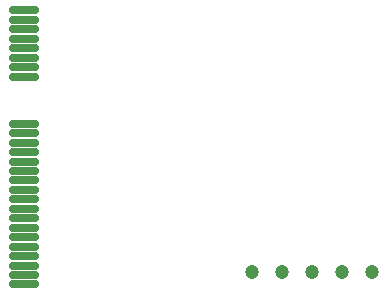
<source format=gbp>
G04*
G04 #@! TF.GenerationSoftware,Altium Limited,Altium Designer,19.0.4 (130)*
G04*
G04 Layer_Color=128*
%FSLAX25Y25*%
%MOIN*%
G70*
G01*
G75*
G04:AMPARAMS|DCode=25|XSize=23.62mil|YSize=100.39mil|CornerRadius=0mil|HoleSize=0mil|Usage=FLASHONLY|Rotation=270.000|XOffset=0mil|YOffset=0mil|HoleType=Round|Shape=Octagon|*
%AMOCTAGOND25*
4,1,8,0.05020,0.00591,0.05020,-0.00591,0.04429,-0.01181,-0.04429,-0.01181,-0.05020,-0.00591,-0.05020,0.00591,-0.04429,0.01181,0.04429,0.01181,0.05020,0.00591,0.0*
%
%ADD25OCTAGOND25*%

%ADD85C,0.04724*%
D25*
X5756Y81787D02*
D03*
Y103844D02*
D03*
Y100693D02*
D03*
Y97542D02*
D03*
Y94391D02*
D03*
Y91240D02*
D03*
Y88089D02*
D03*
Y84938D02*
D03*
Y66049D02*
D03*
Y12505D02*
D03*
Y44002D02*
D03*
Y47151D02*
D03*
Y50301D02*
D03*
Y53451D02*
D03*
Y56600D02*
D03*
Y59750D02*
D03*
Y62900D02*
D03*
Y40852D02*
D03*
Y18804D02*
D03*
Y21954D02*
D03*
Y25104D02*
D03*
Y28253D02*
D03*
Y31403D02*
D03*
Y34553D02*
D03*
Y37702D02*
D03*
Y15655D02*
D03*
D85*
X91677Y16732D02*
D03*
X121677Y16732D02*
D03*
X81673D02*
D03*
X101677D02*
D03*
X111677D02*
D03*
M02*

</source>
